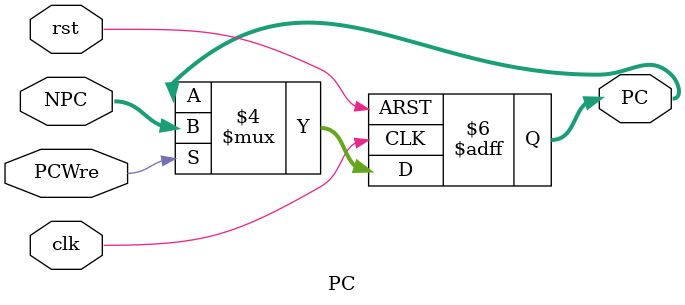
<source format=v>
module PC( clk, rst, PCWre, NPC, PC );

  input              clk;
  input              rst;
  input		     PCWre;
  input       [31:0] NPC;
  output reg  [31:0] PC;
  
  initial begin
	PC <= 0;
	end

  always @(negedge clk, posedge rst)
    if (rst) 
      PC <= 32'h0000_0000;
//      PC <= 32'h0000_3000;
    else 
	begin
	if(PCWre)
      	    PC <= NPC;
	else
	    PC <= PC;
	end
      
endmodule


</source>
